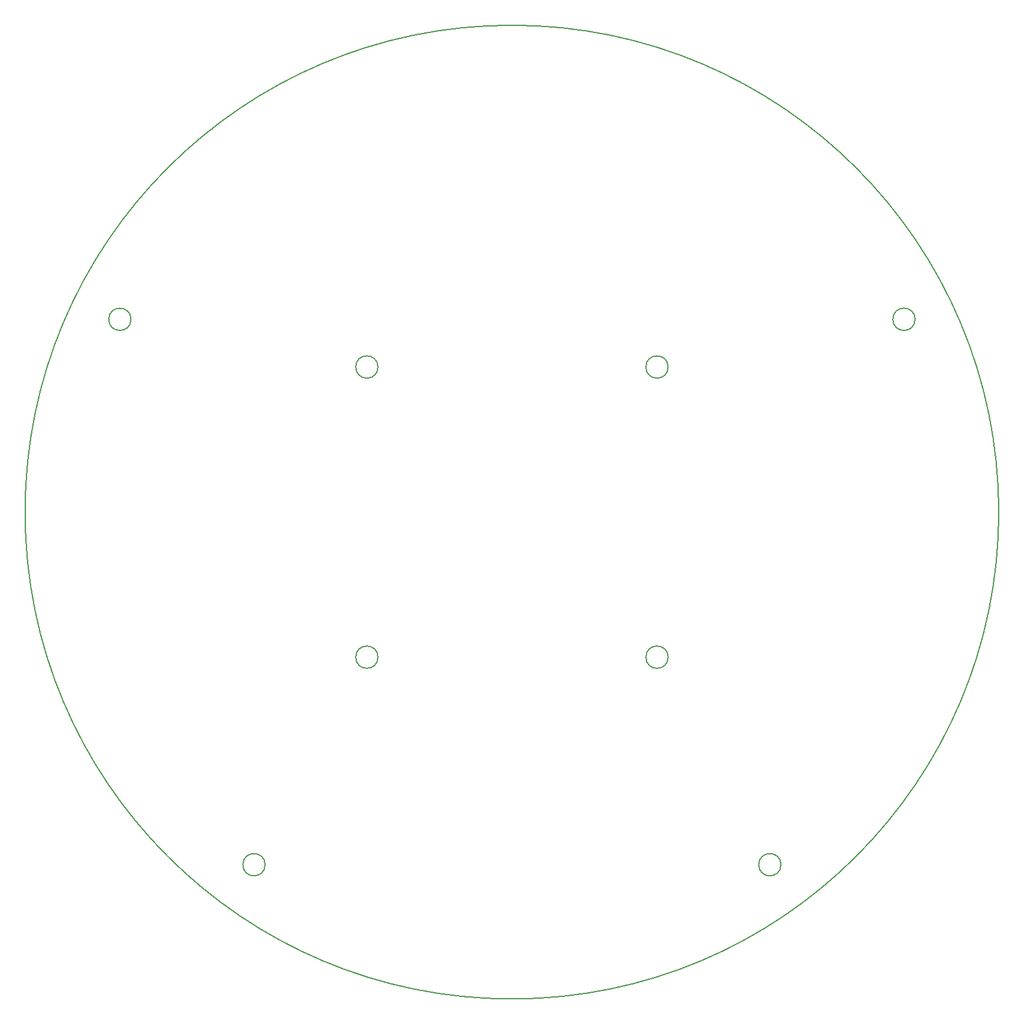
<source format=gm1>
%TF.GenerationSoftware,KiCad,Pcbnew,(6.0.7-1)-1*%
%TF.CreationDate,2023-02-20T20:58:05+08:00*%
%TF.ProjectId,layer3,6c617965-7233-42e6-9b69-6361645f7063,1.0*%
%TF.SameCoordinates,Original*%
%TF.FileFunction,Profile,NP*%
%FSLAX46Y46*%
G04 Gerber Fmt 4.6, Leading zero omitted, Abs format (unit mm)*
G04 Created by KiCad (PCBNEW (6.0.7-1)-1) date 2023-02-20 20:58:05*
%MOMM*%
%LPD*%
G01*
G04 APERTURE LIST*
%TA.AperFunction,Profile*%
%ADD10C,0.200000*%
%TD*%
G04 APERTURE END LIST*
D10*
X148686897Y-160700711D02*
G75*
G03*
X148686897Y-160700711I-1600000J0D01*
G01*
X180000000Y-110000000D02*
G75*
G03*
X180000000Y-110000000I-70000000J0D01*
G01*
X167970525Y-82280622D02*
G75*
G03*
X167970525Y-82280622I-1600000J0D01*
G01*
X132459650Y-130859650D02*
G75*
G03*
X132459650Y-130859650I-1600000J0D01*
G01*
X74513103Y-160700711D02*
G75*
G03*
X74513103Y-160700711I-1600000J0D01*
G01*
X132459650Y-89140350D02*
G75*
G03*
X132459650Y-89140350I-1600000J0D01*
G01*
X55229475Y-82280622D02*
G75*
G03*
X55229475Y-82280622I-1600000J0D01*
G01*
X90740350Y-130859650D02*
G75*
G03*
X90740350Y-130859650I-1600000J0D01*
G01*
X90740350Y-89140350D02*
G75*
G03*
X90740350Y-89140350I-1600000J0D01*
G01*
M02*

</source>
